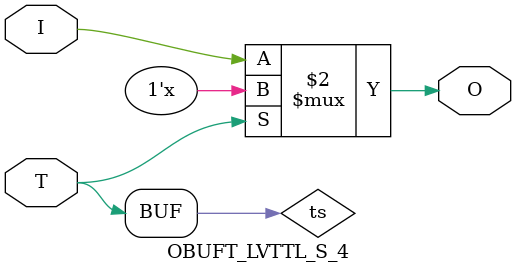
<source format=v>

/*

FUNCTION    : TRI-STATE OUTPUT BUFFER

*/

`celldefine
`timescale  100 ps / 10 ps

module OBUFT_LVTTL_S_4 (O, I, T);

    output O;

    input  I, T;

    or O1 (ts, 1'b0, T);
    bufif0 T1 (O, I, ts);

endmodule

</source>
